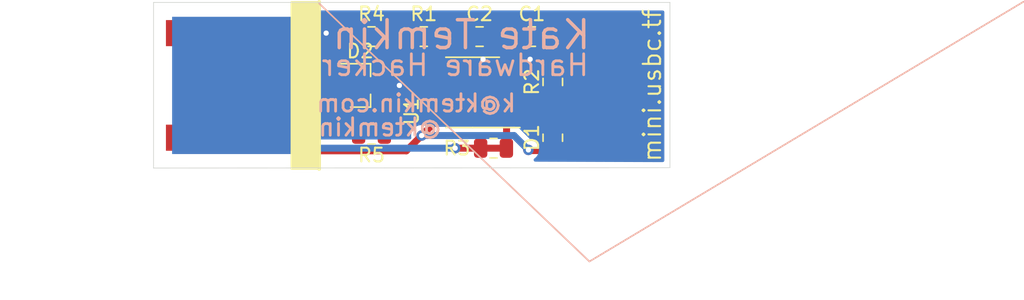
<source format=kicad_pcb>
(kicad_pcb (version 20171130) (host pcbnew "(5.1.2-1)-1")

  (general
    (thickness 1.6)
    (drawings 17)
    (tracks 69)
    (zones 0)
    (modules 14)
    (nets 11)
  )

  (page A4)
  (layers
    (0 F.Cu signal)
    (31 B.Cu signal)
    (32 B.Adhes user)
    (33 F.Adhes user)
    (34 B.Paste user)
    (35 F.Paste user)
    (36 B.SilkS user)
    (37 F.SilkS user)
    (38 B.Mask user)
    (39 F.Mask user)
    (40 Dwgs.User user)
    (41 Cmts.User user)
    (42 Eco1.User user)
    (43 Eco2.User user)
    (44 Edge.Cuts user)
    (45 Margin user)
    (46 B.CrtYd user)
    (47 F.CrtYd user)
    (48 B.Fab user)
    (49 F.Fab user)
  )

  (setup
    (last_trace_width 0.508)
    (user_trace_width 0.254)
    (user_trace_width 0.3048)
    (user_trace_width 0.381)
    (user_trace_width 0.508)
    (trace_clearance 0.254)
    (zone_clearance 0.381)
    (zone_45_only no)
    (trace_min 0.2)
    (via_size 0.762)
    (via_drill 0.381)
    (via_min_size 0.4)
    (via_min_drill 0.3)
    (uvia_size 0.3)
    (uvia_drill 0.1)
    (uvias_allowed no)
    (uvia_min_size 0.2)
    (uvia_min_drill 0.1)
    (edge_width 0.05)
    (segment_width 0.2)
    (pcb_text_width 0.3)
    (pcb_text_size 1.5 1.5)
    (mod_edge_width 0.12)
    (mod_text_size 1 1)
    (mod_text_width 0.15)
    (pad_size 10 10)
    (pad_drill 0)
    (pad_to_mask_clearance 0.051)
    (solder_mask_min_width 0.25)
    (aux_axis_origin 0 0)
    (visible_elements FFFFFFFF)
    (pcbplotparams
      (layerselection 0x010fc_ffffffff)
      (usegerberextensions false)
      (usegerberattributes false)
      (usegerberadvancedattributes false)
      (creategerberjobfile false)
      (excludeedgelayer true)
      (linewidth 0.100000)
      (plotframeref false)
      (viasonmask false)
      (mode 1)
      (useauxorigin false)
      (hpglpennumber 1)
      (hpglpenspeed 20)
      (hpglpendiameter 15.000000)
      (psnegative false)
      (psa4output false)
      (plotreference true)
      (plotvalue true)
      (plotinvisibletext false)
      (padsonsilk false)
      (subtractmaskfromsilk false)
      (outputformat 1)
      (mirror false)
      (drillshape 1)
      (scaleselection 1)
      (outputdirectory ""))
  )

  (net 0 "")
  (net 1 +5V)
  (net 2 GND)
  (net 3 "Net-(D1-Pad1)")
  (net 4 "Net-(D2-Pad1)")
  (net 5 "Net-(D2-Pad2)")
  (net 6 "Net-(J1-Pad5)")
  (net 7 "Net-(R1-Pad1)")
  (net 8 "Net-(R1-Pad2)")
  (net 9 "Net-(R2-Pad2)")
  (net 10 "Net-(R5-Pad2)")

  (net_class Default "This is the default net class."
    (clearance 0.254)
    (trace_width 0.254)
    (via_dia 0.762)
    (via_drill 0.381)
    (uvia_dia 0.3)
    (uvia_drill 0.1)
    (add_net +5V)
    (add_net GND)
    (add_net "Net-(D1-Pad1)")
    (add_net "Net-(D2-Pad1)")
    (add_net "Net-(D2-Pad2)")
    (add_net "Net-(J1-Pad5)")
    (add_net "Net-(R1-Pad1)")
    (add_net "Net-(R1-Pad2)")
    (add_net "Net-(R2-Pad2)")
    (add_net "Net-(R5-Pad2)")
  )

  (module usb-target:usb_A_pcb (layer F.Cu) (tedit 5D9FEE9A) (tstamp 5DA01754)
    (at 57.023 86.614 270)
    (path /5D9FF06F)
    (attr virtual)
    (fp_text reference J1 (at 0.13 -7.85 90) (layer F.SilkS) hide
      (effects (font (size 1.5 1.5) (thickness 0.15)))
    )
    (fp_text value USB_A (at 0 2.54 90) (layer F.SilkS) hide
      (effects (font (size 1.5 1.5) (thickness 0.15)))
    )
    (fp_line (start 6.03 0) (end 6.03 -12) (layer Dwgs.User) (width 0.15))
    (fp_line (start 6.03 0) (end -6.03 0) (layer Dwgs.User) (width 0.15))
    (fp_line (start -6.03 0) (end -6.03 -12) (layer Dwgs.User) (width 0.15))
    (pad 1 connect rect (at 3.81 -4.9 270) (size 1.9 8) (layers F.Cu F.Mask)
      (net 1 +5V))
    (pad 4 connect rect (at -3.81 -4.9 270) (size 1.9 8) (layers F.Cu F.Mask)
      (net 2 GND))
    (pad 3 connect rect (at -1.3 -5.15 270) (size 2 7.5) (layers F.Cu F.Mask)
      (net 4 "Net-(D2-Pad1)"))
    (pad 2 connect rect (at 1.3 -5.15 270) (size 2 7.5) (layers F.Cu F.Mask)
      (net 5 "Net-(D2-Pad2)"))
    (pad 5 smd rect (at 0 -6.35 270) (size 10 10) (layers B.Cu B.Mask)
      (net 6 "Net-(J1-Pad5)"))
  )

  (module usb-target:usb_tools_logo (layer F.Cu) (tedit 5D9FEDDE) (tstamp 5DA04588)
    (at 89.662 86.36)
    (fp_text reference G*** (at 0 0 180) (layer F.SilkS) hide
      (effects (font (size 1.524 1.524) (thickness 0.3)))
    )
    (fp_text value LOGO (at 0.75 0 180) (layer F.SilkS) hide
      (effects (font (size 1.524 1.524) (thickness 0.3)))
    )
    (fp_poly (pts (xy -0.164808 -4.903848) (xy -0.112833 -4.881609) (xy -0.046717 -4.835982) (xy 0.038327 -4.763976)
      (xy 0.147085 -4.662597) (xy 0.284345 -4.528855) (xy 0.34989 -4.464051) (xy 0.474017 -4.339606)
      (xy 0.586581 -4.224048) (xy 0.682288 -4.123034) (xy 0.755841 -4.042218) (xy 0.801945 -3.987256)
      (xy 0.814999 -3.967323) (xy 0.824311 -3.920886) (xy 0.813267 -3.869778) (xy 0.777845 -3.807811)
      (xy 0.714022 -3.728799) (xy 0.617775 -3.626553) (xy 0.547931 -3.556561) (xy 0.3302 -3.341222)
      (xy 0.3302 -1.669171) (xy 0.330238 -1.336989) (xy 0.330422 -1.052071) (xy 0.330853 -0.810884)
      (xy 0.331633 -0.609891) (xy 0.332863 -0.445557) (xy 0.334645 -0.314347) (xy 0.337082 -0.212727)
      (xy 0.340274 -0.13716) (xy 0.344324 -0.084113) (xy 0.349333 -0.050049) (xy 0.355403 -0.031433)
      (xy 0.362636 -0.024731) (xy 0.371134 -0.026407) (xy 0.377377 -0.03031) (xy 0.424571 -0.068554)
      (xy 0.49792 -0.134058) (xy 0.590751 -0.220296) (xy 0.696391 -0.320737) (xy 0.808168 -0.428854)
      (xy 0.919408 -0.538118) (xy 1.023438 -0.642) (xy 1.113586 -0.733973) (xy 1.183179 -0.807506)
      (xy 1.225543 -0.856073) (xy 1.234294 -0.868689) (xy 1.245873 -0.90192) (xy 1.254823 -0.955445)
      (xy 1.26142 -1.03485) (xy 1.265944 -1.145723) (xy 1.26867 -1.293648) (xy 1.269878 -1.484213)
      (xy 1.27 -1.587394) (xy 1.270102 -1.785688) (xy 1.270759 -1.939485) (xy 1.272493 -2.055085)
      (xy 1.275826 -2.13879) (xy 1.281281 -2.196902) (xy 1.289381 -2.235723) (xy 1.300647 -2.261555)
      (xy 1.315604 -2.280699) (xy 1.328559 -2.293505) (xy 1.367627 -2.331015) (xy 1.434902 -2.395765)
      (xy 1.52204 -2.479717) (xy 1.620694 -2.574831) (xy 1.656999 -2.609851) (xy 1.780622 -2.726951)
      (xy 1.87678 -2.809008) (xy 1.953457 -2.85737) (xy 2.018633 -2.873383) (xy 2.080292 -2.858395)
      (xy 2.146415 -2.813752) (xy 2.224984 -2.740802) (xy 2.254983 -2.710767) (xy 2.341001 -2.619965)
      (xy 2.394817 -2.546913) (xy 2.415251 -2.482724) (xy 2.401127 -2.418512) (xy 2.351265 -2.345391)
      (xy 2.264488 -2.254475) (xy 2.1844 -2.17852) (xy 1.9558 -1.965208) (xy 1.955424 -1.471554)
      (xy 1.953049 -1.22826) (xy 1.94409 -1.027024) (xy 1.925185 -0.859209) (xy 1.892974 -0.716176)
      (xy 1.844096 -0.589285) (xy 1.775191 -0.469899) (xy 1.682897 -0.349378) (xy 1.563853 -0.219084)
      (xy 1.414698 -0.070378) (xy 1.407622 -0.0635) (xy 1.268968 0.070248) (xy 1.113359 0.21887)
      (xy 0.956057 0.367879) (xy 0.812322 0.502787) (xy 0.752069 0.5588) (xy 0.613812 0.690864)
      (xy 0.50326 0.805009) (xy 0.424597 0.896695) (xy 0.383359 0.958573) (xy 0.369477 0.98863)
      (xy 0.358245 1.02045) (xy 0.349384 1.059482) (xy 0.342614 1.111174) (xy 0.337653 1.180974)
      (xy 0.334223 1.27433) (xy 0.332043 1.396691) (xy 0.330832 1.553503) (xy 0.330311 1.750216)
      (xy 0.3302 1.992277) (xy 0.3302 2.918622) (xy 0.448826 2.971097) (xy 0.625002 3.074729)
      (xy 0.781254 3.216472) (xy 0.907746 3.385257) (xy 0.994645 3.570014) (xy 1.002361 3.5941)
      (xy 1.027623 3.721541) (xy 1.038807 3.87652) (xy 1.035913 4.037763) (xy 1.018941 4.183996)
      (xy 1.002361 4.2545) (xy 0.920263 4.44228) (xy 0.796708 4.613931) (xy 0.640586 4.76008)
      (xy 0.46079 4.871352) (xy 0.387402 4.902809) (xy 0.227465 4.946241) (xy 0.048745 4.967508)
      (xy -0.127583 4.965407) (xy -0.274386 4.940447) (xy -0.489519 4.855637) (xy -0.67451 4.73181)
      (xy -0.825589 4.571651) (xy -0.858695 4.524621) (xy -0.934883 4.399865) (xy -0.984521 4.289515)
      (xy -1.014433 4.173128) (xy -1.031443 4.030257) (xy -1.033638 4.0005) (xy -1.027084 3.764364)
      (xy -0.975457 3.546011) (xy -0.881308 3.349868) (xy -0.747189 3.180363) (xy -0.575651 3.04192)
      (xy -0.43815 2.967428) (xy -0.3302 2.918622) (xy -0.3302 2.681686) (xy -0.33201 2.566084)
      (xy -0.336842 2.460217) (xy -0.343801 2.38115) (xy -0.34703 2.360603) (xy -0.355324 2.331093)
      (xy -0.370787 2.29884) (xy -0.396914 2.260162) (xy -0.437198 2.211375) (xy -0.495133 2.148795)
      (xy -0.574211 2.06874) (xy -0.677926 1.967525) (xy -0.809773 1.841469) (xy -0.973243 1.686886)
      (xy -1.092333 1.5748) (xy -1.261897 1.41493) (xy -1.398666 1.284467) (xy -1.507184 1.17837)
      (xy -1.591992 1.091595) (xy -1.65763 1.019102) (xy -1.708641 0.955848) (xy -1.749566 0.896791)
      (xy -1.784946 0.836889) (xy -1.819323 0.771101) (xy -1.823185 0.763393) (xy -1.9177 0.574287)
      (xy -1.9431 -1.517037) (xy -2.13995 -1.727027) (xy -2.241155 -1.839642) (xy -2.3059 -1.927241)
      (xy -2.335823 -1.998417) (xy -2.332558 -2.061763) (xy -2.29774 -2.12587) (xy -2.233005 -2.199332)
      (xy -2.230352 -2.202041) (xy -2.123903 -2.310504) (xy -2.179552 -2.369739) (xy -2.226864 -2.44138)
      (xy -2.233701 -2.517611) (xy -2.198759 -2.604715) (xy -2.120735 -2.708976) (xy -2.105587 -2.726092)
      (xy -2.032482 -2.803053) (xy -1.977965 -2.847315) (xy -1.930244 -2.866891) (xy -1.893573 -2.8702)
      (xy -1.854839 -2.868393) (xy -1.820202 -2.859284) (xy -1.78269 -2.837339) (xy -1.735331 -2.797027)
      (xy -1.671152 -2.732816) (xy -1.583181 -2.639173) (xy -1.53021 -2.581877) (xy -1.433685 -2.471682)
      (xy -1.373734 -2.386174) (xy -1.348123 -2.317258) (xy -1.354617 -2.25684) (xy -1.390984 -2.196827)
      (xy -1.41605 -2.168274) (xy -1.486616 -2.092457) (xy -1.524527 -2.040579) (xy -1.529651 -1.998256)
      (xy -1.501853 -1.951104) (xy -1.441003 -1.884738) (xy -1.413162 -1.855662) (xy -1.27 -1.705572)
      (xy -1.27 -0.67417) (xy -1.26969 -0.406232) (xy -1.268661 -0.18455) (xy -1.266768 -0.004583)
      (xy -1.263864 0.13821) (xy -1.259804 0.248369) (xy -1.25444 0.330436) (xy -1.247627 0.38895)
      (xy -1.239219 0.428454) (xy -1.234021 0.443343) (xy -1.219798 0.471147) (xy -1.196552 0.504818)
      (xy -1.160722 0.547997) (xy -1.108745 0.604324) (xy -1.037062 0.677442) (xy -0.942108 0.770991)
      (xy -0.820324 0.888612) (xy -0.668148 1.033946) (xy -0.502085 1.191617) (xy -0.3302 1.354534)
      (xy -0.3302 -1.731797) (xy -0.330176 -2.192406) (xy -0.330078 -2.604908) (xy -0.329864 -2.971992)
      (xy -0.329496 -3.296349) (xy -0.328933 -3.580673) (xy -0.328136 -3.827653) (xy -0.327064 -4.039981)
      (xy -0.325678 -4.220348) (xy -0.323937 -4.371446) (xy -0.321802 -4.495966) (xy -0.319232 -4.5966)
      (xy -0.316188 -4.676038) (xy -0.31263 -4.736972) (xy -0.308517 -4.782094) (xy -0.30381 -4.814094)
      (xy -0.298469 -4.835665) (xy -0.292454 -4.849497) (xy -0.285725 -4.858281) (xy -0.28375 -4.860164)
      (xy -0.24548 -4.890133) (xy -0.207428 -4.905692) (xy -0.164808 -4.903848)) (layer F.Mask) (width 0.01))
  )

  (module usb-target:usb_tools_logo (layer F.Cu) (tedit 5D9FE4AC) (tstamp 5DA04434)
    (at 89.662 86.36)
    (fp_text reference G*** (at 0 0 180) (layer F.SilkS) hide
      (effects (font (size 1.524 1.524) (thickness 0.3)))
    )
    (fp_text value LOGO (at 0.75 0 180) (layer F.SilkS) hide
      (effects (font (size 1.524 1.524) (thickness 0.3)))
    )
    (fp_poly (pts (xy -0.164808 -4.903848) (xy -0.112833 -4.881609) (xy -0.046717 -4.835982) (xy 0.038327 -4.763976)
      (xy 0.147085 -4.662597) (xy 0.284345 -4.528855) (xy 0.34989 -4.464051) (xy 0.474017 -4.339606)
      (xy 0.586581 -4.224048) (xy 0.682288 -4.123034) (xy 0.755841 -4.042218) (xy 0.801945 -3.987256)
      (xy 0.814999 -3.967323) (xy 0.824311 -3.920886) (xy 0.813267 -3.869778) (xy 0.777845 -3.807811)
      (xy 0.714022 -3.728799) (xy 0.617775 -3.626553) (xy 0.547931 -3.556561) (xy 0.3302 -3.341222)
      (xy 0.3302 -1.669171) (xy 0.330238 -1.336989) (xy 0.330422 -1.052071) (xy 0.330853 -0.810884)
      (xy 0.331633 -0.609891) (xy 0.332863 -0.445557) (xy 0.334645 -0.314347) (xy 0.337082 -0.212727)
      (xy 0.340274 -0.13716) (xy 0.344324 -0.084113) (xy 0.349333 -0.050049) (xy 0.355403 -0.031433)
      (xy 0.362636 -0.024731) (xy 0.371134 -0.026407) (xy 0.377377 -0.03031) (xy 0.424571 -0.068554)
      (xy 0.49792 -0.134058) (xy 0.590751 -0.220296) (xy 0.696391 -0.320737) (xy 0.808168 -0.428854)
      (xy 0.919408 -0.538118) (xy 1.023438 -0.642) (xy 1.113586 -0.733973) (xy 1.183179 -0.807506)
      (xy 1.225543 -0.856073) (xy 1.234294 -0.868689) (xy 1.245873 -0.90192) (xy 1.254823 -0.955445)
      (xy 1.26142 -1.03485) (xy 1.265944 -1.145723) (xy 1.26867 -1.293648) (xy 1.269878 -1.484213)
      (xy 1.27 -1.587394) (xy 1.270102 -1.785688) (xy 1.270759 -1.939485) (xy 1.272493 -2.055085)
      (xy 1.275826 -2.13879) (xy 1.281281 -2.196902) (xy 1.289381 -2.235723) (xy 1.300647 -2.261555)
      (xy 1.315604 -2.280699) (xy 1.328559 -2.293505) (xy 1.367627 -2.331015) (xy 1.434902 -2.395765)
      (xy 1.52204 -2.479717) (xy 1.620694 -2.574831) (xy 1.656999 -2.609851) (xy 1.780622 -2.726951)
      (xy 1.87678 -2.809008) (xy 1.953457 -2.85737) (xy 2.018633 -2.873383) (xy 2.080292 -2.858395)
      (xy 2.146415 -2.813752) (xy 2.224984 -2.740802) (xy 2.254983 -2.710767) (xy 2.341001 -2.619965)
      (xy 2.394817 -2.546913) (xy 2.415251 -2.482724) (xy 2.401127 -2.418512) (xy 2.351265 -2.345391)
      (xy 2.264488 -2.254475) (xy 2.1844 -2.17852) (xy 1.9558 -1.965208) (xy 1.955424 -1.471554)
      (xy 1.953049 -1.22826) (xy 1.94409 -1.027024) (xy 1.925185 -0.859209) (xy 1.892974 -0.716176)
      (xy 1.844096 -0.589285) (xy 1.775191 -0.469899) (xy 1.682897 -0.349378) (xy 1.563853 -0.219084)
      (xy 1.414698 -0.070378) (xy 1.407622 -0.0635) (xy 1.268968 0.070248) (xy 1.113359 0.21887)
      (xy 0.956057 0.367879) (xy 0.812322 0.502787) (xy 0.752069 0.5588) (xy 0.613812 0.690864)
      (xy 0.50326 0.805009) (xy 0.424597 0.896695) (xy 0.383359 0.958573) (xy 0.369477 0.98863)
      (xy 0.358245 1.02045) (xy 0.349384 1.059482) (xy 0.342614 1.111174) (xy 0.337653 1.180974)
      (xy 0.334223 1.27433) (xy 0.332043 1.396691) (xy 0.330832 1.553503) (xy 0.330311 1.750216)
      (xy 0.3302 1.992277) (xy 0.3302 2.918622) (xy 0.448826 2.971097) (xy 0.625002 3.074729)
      (xy 0.781254 3.216472) (xy 0.907746 3.385257) (xy 0.994645 3.570014) (xy 1.002361 3.5941)
      (xy 1.027623 3.721541) (xy 1.038807 3.87652) (xy 1.035913 4.037763) (xy 1.018941 4.183996)
      (xy 1.002361 4.2545) (xy 0.920263 4.44228) (xy 0.796708 4.613931) (xy 0.640586 4.76008)
      (xy 0.46079 4.871352) (xy 0.387402 4.902809) (xy 0.227465 4.946241) (xy 0.048745 4.967508)
      (xy -0.127583 4.965407) (xy -0.274386 4.940447) (xy -0.489519 4.855637) (xy -0.67451 4.73181)
      (xy -0.825589 4.571651) (xy -0.858695 4.524621) (xy -0.934883 4.399865) (xy -0.984521 4.289515)
      (xy -1.014433 4.173128) (xy -1.031443 4.030257) (xy -1.033638 4.0005) (xy -1.027084 3.764364)
      (xy -0.975457 3.546011) (xy -0.881308 3.349868) (xy -0.747189 3.180363) (xy -0.575651 3.04192)
      (xy -0.43815 2.967428) (xy -0.3302 2.918622) (xy -0.3302 2.681686) (xy -0.33201 2.566084)
      (xy -0.336842 2.460217) (xy -0.343801 2.38115) (xy -0.34703 2.360603) (xy -0.355324 2.331093)
      (xy -0.370787 2.29884) (xy -0.396914 2.260162) (xy -0.437198 2.211375) (xy -0.495133 2.148795)
      (xy -0.574211 2.06874) (xy -0.677926 1.967525) (xy -0.809773 1.841469) (xy -0.973243 1.686886)
      (xy -1.092333 1.5748) (xy -1.261897 1.41493) (xy -1.398666 1.284467) (xy -1.507184 1.17837)
      (xy -1.591992 1.091595) (xy -1.65763 1.019102) (xy -1.708641 0.955848) (xy -1.749566 0.896791)
      (xy -1.784946 0.836889) (xy -1.819323 0.771101) (xy -1.823185 0.763393) (xy -1.9177 0.574287)
      (xy -1.9431 -1.517037) (xy -2.13995 -1.727027) (xy -2.241155 -1.839642) (xy -2.3059 -1.927241)
      (xy -2.335823 -1.998417) (xy -2.332558 -2.061763) (xy -2.29774 -2.12587) (xy -2.233005 -2.199332)
      (xy -2.230352 -2.202041) (xy -2.123903 -2.310504) (xy -2.179552 -2.369739) (xy -2.226864 -2.44138)
      (xy -2.233701 -2.517611) (xy -2.198759 -2.604715) (xy -2.120735 -2.708976) (xy -2.105587 -2.726092)
      (xy -2.032482 -2.803053) (xy -1.977965 -2.847315) (xy -1.930244 -2.866891) (xy -1.893573 -2.8702)
      (xy -1.854839 -2.868393) (xy -1.820202 -2.859284) (xy -1.78269 -2.837339) (xy -1.735331 -2.797027)
      (xy -1.671152 -2.732816) (xy -1.583181 -2.639173) (xy -1.53021 -2.581877) (xy -1.433685 -2.471682)
      (xy -1.373734 -2.386174) (xy -1.348123 -2.317258) (xy -1.354617 -2.25684) (xy -1.390984 -2.196827)
      (xy -1.41605 -2.168274) (xy -1.486616 -2.092457) (xy -1.524527 -2.040579) (xy -1.529651 -1.998256)
      (xy -1.501853 -1.951104) (xy -1.441003 -1.884738) (xy -1.413162 -1.855662) (xy -1.27 -1.705572)
      (xy -1.27 -0.67417) (xy -1.26969 -0.406232) (xy -1.268661 -0.18455) (xy -1.266768 -0.004583)
      (xy -1.263864 0.13821) (xy -1.259804 0.248369) (xy -1.25444 0.330436) (xy -1.247627 0.38895)
      (xy -1.239219 0.428454) (xy -1.234021 0.443343) (xy -1.219798 0.471147) (xy -1.196552 0.504818)
      (xy -1.160722 0.547997) (xy -1.108745 0.604324) (xy -1.037062 0.677442) (xy -0.942108 0.770991)
      (xy -0.820324 0.888612) (xy -0.668148 1.033946) (xy -0.502085 1.191617) (xy -0.3302 1.354534)
      (xy -0.3302 -1.731797) (xy -0.330176 -2.192406) (xy -0.330078 -2.604908) (xy -0.329864 -2.971992)
      (xy -0.329496 -3.296349) (xy -0.328933 -3.580673) (xy -0.328136 -3.827653) (xy -0.327064 -4.039981)
      (xy -0.325678 -4.220348) (xy -0.323937 -4.371446) (xy -0.321802 -4.495966) (xy -0.319232 -4.5966)
      (xy -0.316188 -4.676038) (xy -0.31263 -4.736972) (xy -0.308517 -4.782094) (xy -0.30381 -4.814094)
      (xy -0.298469 -4.835665) (xy -0.292454 -4.849497) (xy -0.285725 -4.858281) (xy -0.28375 -4.860164)
      (xy -0.24548 -4.890133) (xy -0.207428 -4.905692) (xy -0.164808 -4.903848)) (layer F.Cu) (width 0.01))
  )

  (module usb-target:usb_tools_logo (layer B.Cu) (tedit 5D9FE4F2) (tstamp 5DA03BDD)
    (at 91.567 86.487 180)
    (fp_text reference G*** (at 0 0) (layer B.SilkS) hide
      (effects (font (size 1.524 1.524) (thickness 0.3)) (justify mirror))
    )
    (fp_text value LOGO (at 0.75 0) (layer B.SilkS) hide
      (effects (font (size 1.524 1.524) (thickness 0.3)) (justify mirror))
    )
    (fp_poly (pts (xy -0.164808 4.903848) (xy -0.112833 4.881609) (xy -0.046717 4.835982) (xy 0.038327 4.763976)
      (xy 0.147085 4.662597) (xy 0.284345 4.528855) (xy 0.34989 4.464051) (xy 0.474017 4.339606)
      (xy 0.586581 4.224048) (xy 0.682288 4.123034) (xy 0.755841 4.042218) (xy 0.801945 3.987256)
      (xy 0.814999 3.967323) (xy 0.824311 3.920886) (xy 0.813267 3.869778) (xy 0.777845 3.807811)
      (xy 0.714022 3.728799) (xy 0.617775 3.626553) (xy 0.547931 3.556561) (xy 0.3302 3.341222)
      (xy 0.3302 1.669171) (xy 0.330238 1.336989) (xy 0.330422 1.052071) (xy 0.330853 0.810884)
      (xy 0.331633 0.609891) (xy 0.332863 0.445557) (xy 0.334645 0.314347) (xy 0.337082 0.212727)
      (xy 0.340274 0.13716) (xy 0.344324 0.084113) (xy 0.349333 0.050049) (xy 0.355403 0.031433)
      (xy 0.362636 0.024731) (xy 0.371134 0.026407) (xy 0.377377 0.03031) (xy 0.424571 0.068554)
      (xy 0.49792 0.134058) (xy 0.590751 0.220296) (xy 0.696391 0.320737) (xy 0.808168 0.428854)
      (xy 0.919408 0.538118) (xy 1.023438 0.642) (xy 1.113586 0.733973) (xy 1.183179 0.807506)
      (xy 1.225543 0.856073) (xy 1.234294 0.868689) (xy 1.245873 0.90192) (xy 1.254823 0.955445)
      (xy 1.26142 1.03485) (xy 1.265944 1.145723) (xy 1.26867 1.293648) (xy 1.269878 1.484213)
      (xy 1.27 1.587394) (xy 1.270102 1.785688) (xy 1.270759 1.939485) (xy 1.272493 2.055085)
      (xy 1.275826 2.13879) (xy 1.281281 2.196902) (xy 1.289381 2.235723) (xy 1.300647 2.261555)
      (xy 1.315604 2.280699) (xy 1.328559 2.293505) (xy 1.367627 2.331015) (xy 1.434902 2.395765)
      (xy 1.52204 2.479717) (xy 1.620694 2.574831) (xy 1.656999 2.609851) (xy 1.780622 2.726951)
      (xy 1.87678 2.809008) (xy 1.953457 2.85737) (xy 2.018633 2.873383) (xy 2.080292 2.858395)
      (xy 2.146415 2.813752) (xy 2.224984 2.740802) (xy 2.254983 2.710767) (xy 2.341001 2.619965)
      (xy 2.394817 2.546913) (xy 2.415251 2.482724) (xy 2.401127 2.418512) (xy 2.351265 2.345391)
      (xy 2.264488 2.254475) (xy 2.1844 2.17852) (xy 1.9558 1.965208) (xy 1.955424 1.471554)
      (xy 1.953049 1.22826) (xy 1.94409 1.027024) (xy 1.925185 0.859209) (xy 1.892974 0.716176)
      (xy 1.844096 0.589285) (xy 1.775191 0.469899) (xy 1.682897 0.349378) (xy 1.563853 0.219084)
      (xy 1.414698 0.070378) (xy 1.407622 0.0635) (xy 1.268968 -0.070248) (xy 1.113359 -0.21887)
      (xy 0.956057 -0.367879) (xy 0.812322 -0.502787) (xy 0.752069 -0.5588) (xy 0.613812 -0.690864)
      (xy 0.50326 -0.805009) (xy 0.424597 -0.896695) (xy 0.383359 -0.958573) (xy 0.369477 -0.98863)
      (xy 0.358245 -1.02045) (xy 0.349384 -1.059482) (xy 0.342614 -1.111174) (xy 0.337653 -1.180974)
      (xy 0.334223 -1.27433) (xy 0.332043 -1.396691) (xy 0.330832 -1.553503) (xy 0.330311 -1.750216)
      (xy 0.3302 -1.992277) (xy 0.3302 -2.918622) (xy 0.448826 -2.971097) (xy 0.625002 -3.074729)
      (xy 0.781254 -3.216472) (xy 0.907746 -3.385257) (xy 0.994645 -3.570014) (xy 1.002361 -3.5941)
      (xy 1.027623 -3.721541) (xy 1.038807 -3.87652) (xy 1.035913 -4.037763) (xy 1.018941 -4.183996)
      (xy 1.002361 -4.2545) (xy 0.920263 -4.44228) (xy 0.796708 -4.613931) (xy 0.640586 -4.76008)
      (xy 0.46079 -4.871352) (xy 0.387402 -4.902809) (xy 0.227465 -4.946241) (xy 0.048745 -4.967508)
      (xy -0.127583 -4.965407) (xy -0.274386 -4.940447) (xy -0.489519 -4.855637) (xy -0.67451 -4.73181)
      (xy -0.825589 -4.571651) (xy -0.858695 -4.524621) (xy -0.934883 -4.399865) (xy -0.984521 -4.289515)
      (xy -1.014433 -4.173128) (xy -1.031443 -4.030257) (xy -1.033638 -4.0005) (xy -1.027084 -3.764364)
      (xy -0.975457 -3.546011) (xy -0.881308 -3.349868) (xy -0.747189 -3.180363) (xy -0.575651 -3.04192)
      (xy -0.43815 -2.967428) (xy -0.3302 -2.918622) (xy -0.3302 -2.681686) (xy -0.33201 -2.566084)
      (xy -0.336842 -2.460217) (xy -0.343801 -2.38115) (xy -0.34703 -2.360603) (xy -0.355324 -2.331093)
      (xy -0.370787 -2.29884) (xy -0.396914 -2.260162) (xy -0.437198 -2.211375) (xy -0.495133 -2.148795)
      (xy -0.574211 -2.06874) (xy -0.677926 -1.967525) (xy -0.809773 -1.841469) (xy -0.973243 -1.686886)
      (xy -1.092333 -1.5748) (xy -1.261897 -1.41493) (xy -1.398666 -1.284467) (xy -1.507184 -1.17837)
      (xy -1.591992 -1.091595) (xy -1.65763 -1.019102) (xy -1.708641 -0.955848) (xy -1.749566 -0.896791)
      (xy -1.784946 -0.836889) (xy -1.819323 -0.771101) (xy -1.823185 -0.763393) (xy -1.9177 -0.574287)
      (xy -1.9431 1.517037) (xy -2.13995 1.727027) (xy -2.241155 1.839642) (xy -2.3059 1.927241)
      (xy -2.335823 1.998417) (xy -2.332558 2.061763) (xy -2.29774 2.12587) (xy -2.233005 2.199332)
      (xy -2.230352 2.202041) (xy -2.123903 2.310504) (xy -2.179552 2.369739) (xy -2.226864 2.44138)
      (xy -2.233701 2.517611) (xy -2.198759 2.604715) (xy -2.120735 2.708976) (xy -2.105587 2.726092)
      (xy -2.032482 2.803053) (xy -1.977965 2.847315) (xy -1.930244 2.866891) (xy -1.893573 2.8702)
      (xy -1.854839 2.868393) (xy -1.820202 2.859284) (xy -1.78269 2.837339) (xy -1.735331 2.797027)
      (xy -1.671152 2.732816) (xy -1.583181 2.639173) (xy -1.53021 2.581877) (xy -1.433685 2.471682)
      (xy -1.373734 2.386174) (xy -1.348123 2.317258) (xy -1.354617 2.25684) (xy -1.390984 2.196827)
      (xy -1.41605 2.168274) (xy -1.486616 2.092457) (xy -1.524527 2.040579) (xy -1.529651 1.998256)
      (xy -1.501853 1.951104) (xy -1.441003 1.884738) (xy -1.413162 1.855662) (xy -1.27 1.705572)
      (xy -1.27 0.67417) (xy -1.26969 0.406232) (xy -1.268661 0.18455) (xy -1.266768 0.004583)
      (xy -1.263864 -0.13821) (xy -1.259804 -0.248369) (xy -1.25444 -0.330436) (xy -1.247627 -0.38895)
      (xy -1.239219 -0.428454) (xy -1.234021 -0.443343) (xy -1.219798 -0.471147) (xy -1.196552 -0.504818)
      (xy -1.160722 -0.547997) (xy -1.108745 -0.604324) (xy -1.037062 -0.677442) (xy -0.942108 -0.770991)
      (xy -0.820324 -0.888612) (xy -0.668148 -1.033946) (xy -0.502085 -1.191617) (xy -0.3302 -1.354534)
      (xy -0.3302 1.731797) (xy -0.330176 2.192406) (xy -0.330078 2.604908) (xy -0.329864 2.971992)
      (xy -0.329496 3.296349) (xy -0.328933 3.580673) (xy -0.328136 3.827653) (xy -0.327064 4.039981)
      (xy -0.325678 4.220348) (xy -0.323937 4.371446) (xy -0.321802 4.495966) (xy -0.319232 4.5966)
      (xy -0.316188 4.676038) (xy -0.31263 4.736972) (xy -0.308517 4.782094) (xy -0.30381 4.814094)
      (xy -0.298469 4.835665) (xy -0.292454 4.849497) (xy -0.285725 4.858281) (xy -0.28375 4.860164)
      (xy -0.24548 4.890133) (xy -0.207428 4.905692) (xy -0.164808 4.903848)) (layer B.Mask) (width 0.01))
  )

  (module Resistor_SMD:R_0805_2012Metric (layer F.Cu) (tedit 5B36C52B) (tstamp 5DA01816)
    (at 84.582 83.058)
    (descr "Resistor SMD 0805 (2012 Metric), square (rectangular) end terminal, IPC_7351 nominal, (Body size source: https://docs.google.com/spreadsheets/d/1BsfQQcO9C6DZCsRaXUlFlo91Tg2WpOkGARC1WS5S8t0/edit?usp=sharing), generated with kicad-footprint-generator")
    (tags resistor)
    (path /5DA11A9C)
    (attr smd)
    (fp_text reference C1 (at 0 -1.65) (layer F.SilkS)
      (effects (font (size 1 1) (thickness 0.15)))
    )
    (fp_text value 0.1uF (at 0 1.65) (layer F.Fab)
      (effects (font (size 1 1) (thickness 0.15)))
    )
    (fp_text user %R (at 0 0) (layer F.Fab)
      (effects (font (size 0.5 0.5) (thickness 0.08)))
    )
    (fp_line (start 1.68 0.95) (end -1.68 0.95) (layer F.CrtYd) (width 0.05))
    (fp_line (start 1.68 -0.95) (end 1.68 0.95) (layer F.CrtYd) (width 0.05))
    (fp_line (start -1.68 -0.95) (end 1.68 -0.95) (layer F.CrtYd) (width 0.05))
    (fp_line (start -1.68 0.95) (end -1.68 -0.95) (layer F.CrtYd) (width 0.05))
    (fp_line (start -0.258578 0.71) (end 0.258578 0.71) (layer F.SilkS) (width 0.12))
    (fp_line (start -0.258578 -0.71) (end 0.258578 -0.71) (layer F.SilkS) (width 0.12))
    (fp_line (start 1 0.6) (end -1 0.6) (layer F.Fab) (width 0.1))
    (fp_line (start 1 -0.6) (end 1 0.6) (layer F.Fab) (width 0.1))
    (fp_line (start -1 -0.6) (end 1 -0.6) (layer F.Fab) (width 0.1))
    (fp_line (start -1 0.6) (end -1 -0.6) (layer F.Fab) (width 0.1))
    (pad 2 smd roundrect (at 0.9375 0) (size 0.975 1.4) (layers F.Cu F.Paste F.Mask) (roundrect_rratio 0.25)
      (net 1 +5V))
    (pad 1 smd roundrect (at -0.9375 0) (size 0.975 1.4) (layers F.Cu F.Paste F.Mask) (roundrect_rratio 0.25)
      (net 2 GND))
    (model ${KISYS3DMOD}/Resistor_SMD.3dshapes/R_0805_2012Metric.wrl
      (at (xyz 0 0 0))
      (scale (xyz 1 1 1))
      (rotate (xyz 0 0 0))
    )
  )

  (module Resistor_SMD:R_0805_2012Metric (layer F.Cu) (tedit 5B36C52B) (tstamp 5DA02F98)
    (at 80.772 83.058 180)
    (descr "Resistor SMD 0805 (2012 Metric), square (rectangular) end terminal, IPC_7351 nominal, (Body size source: https://docs.google.com/spreadsheets/d/1BsfQQcO9C6DZCsRaXUlFlo91Tg2WpOkGARC1WS5S8t0/edit?usp=sharing), generated with kicad-footprint-generator")
    (tags resistor)
    (path /5DA021A2)
    (attr smd)
    (fp_text reference C2 (at 0 1.651) (layer F.SilkS)
      (effects (font (size 1 1) (thickness 0.15)))
    )
    (fp_text value 1uF (at 0 1.65) (layer F.Fab)
      (effects (font (size 1 1) (thickness 0.15)))
    )
    (fp_text user %R (at 0 0) (layer F.Fab)
      (effects (font (size 0.5 0.5) (thickness 0.08)))
    )
    (fp_line (start 1.68 0.95) (end -1.68 0.95) (layer F.CrtYd) (width 0.05))
    (fp_line (start 1.68 -0.95) (end 1.68 0.95) (layer F.CrtYd) (width 0.05))
    (fp_line (start -1.68 -0.95) (end 1.68 -0.95) (layer F.CrtYd) (width 0.05))
    (fp_line (start -1.68 0.95) (end -1.68 -0.95) (layer F.CrtYd) (width 0.05))
    (fp_line (start -0.258578 0.71) (end 0.258578 0.71) (layer F.SilkS) (width 0.12))
    (fp_line (start -0.258578 -0.71) (end 0.258578 -0.71) (layer F.SilkS) (width 0.12))
    (fp_line (start 1 0.6) (end -1 0.6) (layer F.Fab) (width 0.1))
    (fp_line (start 1 -0.6) (end 1 0.6) (layer F.Fab) (width 0.1))
    (fp_line (start -1 -0.6) (end 1 -0.6) (layer F.Fab) (width 0.1))
    (fp_line (start -1 0.6) (end -1 -0.6) (layer F.Fab) (width 0.1))
    (pad 2 smd roundrect (at 0.9375 0 180) (size 0.975 1.4) (layers F.Cu F.Paste F.Mask) (roundrect_rratio 0.25)
      (net 1 +5V))
    (pad 1 smd roundrect (at -0.9375 0 180) (size 0.975 1.4) (layers F.Cu F.Paste F.Mask) (roundrect_rratio 0.25)
      (net 2 GND))
    (model ${KISYS3DMOD}/Resistor_SMD.3dshapes/R_0805_2012Metric.wrl
      (at (xyz 0 0 0))
      (scale (xyz 1 1 1))
      (rotate (xyz 0 0 0))
    )
  )

  (module Resistor_SMD:R_0805_2012Metric (layer F.Cu) (tedit 5B36C52B) (tstamp 5DA017B6)
    (at 86.106 90.424 270)
    (descr "Resistor SMD 0805 (2012 Metric), square (rectangular) end terminal, IPC_7351 nominal, (Body size source: https://docs.google.com/spreadsheets/d/1BsfQQcO9C6DZCsRaXUlFlo91Tg2WpOkGARC1WS5S8t0/edit?usp=sharing), generated with kicad-footprint-generator")
    (tags resistor)
    (path /5DA0B30D)
    (attr smd)
    (fp_text reference D1 (at 0 1.524 90) (layer F.SilkS)
      (effects (font (size 1 1) (thickness 0.15)))
    )
    (fp_text value LED (at 0 1.65 90) (layer F.Fab)
      (effects (font (size 1 1) (thickness 0.15)))
    )
    (fp_line (start -1 0.6) (end -1 -0.6) (layer F.Fab) (width 0.1))
    (fp_line (start -1 -0.6) (end 1 -0.6) (layer F.Fab) (width 0.1))
    (fp_line (start 1 -0.6) (end 1 0.6) (layer F.Fab) (width 0.1))
    (fp_line (start 1 0.6) (end -1 0.6) (layer F.Fab) (width 0.1))
    (fp_line (start -0.258578 -0.71) (end 0.258578 -0.71) (layer F.SilkS) (width 0.12))
    (fp_line (start -0.258578 0.71) (end 0.258578 0.71) (layer F.SilkS) (width 0.12))
    (fp_line (start -1.68 0.95) (end -1.68 -0.95) (layer F.CrtYd) (width 0.05))
    (fp_line (start -1.68 -0.95) (end 1.68 -0.95) (layer F.CrtYd) (width 0.05))
    (fp_line (start 1.68 -0.95) (end 1.68 0.95) (layer F.CrtYd) (width 0.05))
    (fp_line (start 1.68 0.95) (end -1.68 0.95) (layer F.CrtYd) (width 0.05))
    (fp_text user %R (at 0 0 90) (layer F.Fab)
      (effects (font (size 0.5 0.5) (thickness 0.08)))
    )
    (pad 1 smd roundrect (at -0.9375 0 270) (size 0.975 1.4) (layers F.Cu F.Paste F.Mask) (roundrect_rratio 0.25)
      (net 3 "Net-(D1-Pad1)"))
    (pad 2 smd roundrect (at 0.9375 0 270) (size 0.975 1.4) (layers F.Cu F.Paste F.Mask) (roundrect_rratio 0.25)
      (net 1 +5V))
    (model ${KISYS3DMOD}/Resistor_SMD.3dshapes/R_0805_2012Metric.wrl
      (at (xyz 0 0 0))
      (scale (xyz 1 1 1))
      (rotate (xyz 0 0 0))
    )
  )

  (module Package_TO_SOT_SMD:SOT-23 (layer F.Cu) (tedit 5A02FF57) (tstamp 5DA02432)
    (at 72.0725 86.614)
    (descr "SOT-23, Standard")
    (tags SOT-23)
    (path /5DA1CCA6)
    (attr smd)
    (fp_text reference D2 (at 0 -2.5) (layer F.SilkS)
      (effects (font (size 1 1) (thickness 0.15)))
    )
    (fp_text value 3V3 (at 0 2.5) (layer F.Fab)
      (effects (font (size 1 1) (thickness 0.15)))
    )
    (fp_text user %R (at 0 0 90) (layer F.Fab)
      (effects (font (size 0.5 0.5) (thickness 0.075)))
    )
    (fp_line (start -0.7 -0.95) (end -0.7 1.5) (layer F.Fab) (width 0.1))
    (fp_line (start -0.15 -1.52) (end 0.7 -1.52) (layer F.Fab) (width 0.1))
    (fp_line (start -0.7 -0.95) (end -0.15 -1.52) (layer F.Fab) (width 0.1))
    (fp_line (start 0.7 -1.52) (end 0.7 1.52) (layer F.Fab) (width 0.1))
    (fp_line (start -0.7 1.52) (end 0.7 1.52) (layer F.Fab) (width 0.1))
    (fp_line (start 0.76 1.58) (end 0.76 0.65) (layer F.SilkS) (width 0.12))
    (fp_line (start 0.76 -1.58) (end 0.76 -0.65) (layer F.SilkS) (width 0.12))
    (fp_line (start -1.7 -1.75) (end 1.7 -1.75) (layer F.CrtYd) (width 0.05))
    (fp_line (start 1.7 -1.75) (end 1.7 1.75) (layer F.CrtYd) (width 0.05))
    (fp_line (start 1.7 1.75) (end -1.7 1.75) (layer F.CrtYd) (width 0.05))
    (fp_line (start -1.7 1.75) (end -1.7 -1.75) (layer F.CrtYd) (width 0.05))
    (fp_line (start 0.76 -1.58) (end -1.4 -1.58) (layer F.SilkS) (width 0.12))
    (fp_line (start 0.76 1.58) (end -0.7 1.58) (layer F.SilkS) (width 0.12))
    (pad 1 smd rect (at -1 -0.95) (size 0.9 0.8) (layers F.Cu F.Paste F.Mask)
      (net 4 "Net-(D2-Pad1)"))
    (pad 2 smd rect (at -1 0.95) (size 0.9 0.8) (layers F.Cu F.Paste F.Mask)
      (net 5 "Net-(D2-Pad2)"))
    (pad 3 smd rect (at 1 0) (size 0.9 0.8) (layers F.Cu F.Paste F.Mask)
      (net 2 GND))
    (model ${KISYS3DMOD}/Package_TO_SOT_SMD.3dshapes/SOT-23.wrl
      (at (xyz 0 0 0))
      (scale (xyz 1 1 1))
      (rotate (xyz 0 0 0))
    )
  )

  (module Resistor_SMD:R_0805_2012Metric (layer F.Cu) (tedit 5B36C52B) (tstamp 5DA01729)
    (at 76.708 83.058)
    (descr "Resistor SMD 0805 (2012 Metric), square (rectangular) end terminal, IPC_7351 nominal, (Body size source: https://docs.google.com/spreadsheets/d/1BsfQQcO9C6DZCsRaXUlFlo91Tg2WpOkGARC1WS5S8t0/edit?usp=sharing), generated with kicad-footprint-generator")
    (tags resistor)
    (path /5DA0781E)
    (attr smd)
    (fp_text reference R1 (at 0 -1.65) (layer F.SilkS)
      (effects (font (size 1 1) (thickness 0.15)))
    )
    (fp_text value 1K (at 0 1.65) (layer F.Fab)
      (effects (font (size 1 1) (thickness 0.15)))
    )
    (fp_line (start -1 0.6) (end -1 -0.6) (layer F.Fab) (width 0.1))
    (fp_line (start -1 -0.6) (end 1 -0.6) (layer F.Fab) (width 0.1))
    (fp_line (start 1 -0.6) (end 1 0.6) (layer F.Fab) (width 0.1))
    (fp_line (start 1 0.6) (end -1 0.6) (layer F.Fab) (width 0.1))
    (fp_line (start -0.258578 -0.71) (end 0.258578 -0.71) (layer F.SilkS) (width 0.12))
    (fp_line (start -0.258578 0.71) (end 0.258578 0.71) (layer F.SilkS) (width 0.12))
    (fp_line (start -1.68 0.95) (end -1.68 -0.95) (layer F.CrtYd) (width 0.05))
    (fp_line (start -1.68 -0.95) (end 1.68 -0.95) (layer F.CrtYd) (width 0.05))
    (fp_line (start 1.68 -0.95) (end 1.68 0.95) (layer F.CrtYd) (width 0.05))
    (fp_line (start 1.68 0.95) (end -1.68 0.95) (layer F.CrtYd) (width 0.05))
    (fp_text user %R (at 0 0) (layer F.Fab)
      (effects (font (size 0.5 0.5) (thickness 0.08)))
    )
    (pad 1 smd roundrect (at -0.9375 0) (size 0.975 1.4) (layers F.Cu F.Paste F.Mask) (roundrect_rratio 0.25)
      (net 7 "Net-(R1-Pad1)"))
    (pad 2 smd roundrect (at 0.9375 0) (size 0.975 1.4) (layers F.Cu F.Paste F.Mask) (roundrect_rratio 0.25)
      (net 8 "Net-(R1-Pad2)"))
    (model ${KISYS3DMOD}/Resistor_SMD.3dshapes/R_0805_2012Metric.wrl
      (at (xyz 0 0 0))
      (scale (xyz 1 1 1))
      (rotate (xyz 0 0 0))
    )
  )

  (module Resistor_SMD:R_0805_2012Metric (layer F.Cu) (tedit 5B36C52B) (tstamp 5DA016F9)
    (at 86.106 86.36 90)
    (descr "Resistor SMD 0805 (2012 Metric), square (rectangular) end terminal, IPC_7351 nominal, (Body size source: https://docs.google.com/spreadsheets/d/1BsfQQcO9C6DZCsRaXUlFlo91Tg2WpOkGARC1WS5S8t0/edit?usp=sharing), generated with kicad-footprint-generator")
    (tags resistor)
    (path /5DA0A0C1)
    (attr smd)
    (fp_text reference R2 (at 0 -1.524 90) (layer F.SilkS)
      (effects (font (size 1 1) (thickness 0.15)))
    )
    (fp_text value 330R (at 0 1.65 90) (layer F.Fab)
      (effects (font (size 1 1) (thickness 0.15)))
    )
    (fp_text user %R (at 0 0 90) (layer F.Fab)
      (effects (font (size 0.5 0.5) (thickness 0.08)))
    )
    (fp_line (start 1.68 0.95) (end -1.68 0.95) (layer F.CrtYd) (width 0.05))
    (fp_line (start 1.68 -0.95) (end 1.68 0.95) (layer F.CrtYd) (width 0.05))
    (fp_line (start -1.68 -0.95) (end 1.68 -0.95) (layer F.CrtYd) (width 0.05))
    (fp_line (start -1.68 0.95) (end -1.68 -0.95) (layer F.CrtYd) (width 0.05))
    (fp_line (start -0.258578 0.71) (end 0.258578 0.71) (layer F.SilkS) (width 0.12))
    (fp_line (start -0.258578 -0.71) (end 0.258578 -0.71) (layer F.SilkS) (width 0.12))
    (fp_line (start 1 0.6) (end -1 0.6) (layer F.Fab) (width 0.1))
    (fp_line (start 1 -0.6) (end 1 0.6) (layer F.Fab) (width 0.1))
    (fp_line (start -1 -0.6) (end 1 -0.6) (layer F.Fab) (width 0.1))
    (fp_line (start -1 0.6) (end -1 -0.6) (layer F.Fab) (width 0.1))
    (pad 2 smd roundrect (at 0.9375 0 90) (size 0.975 1.4) (layers F.Cu F.Paste F.Mask) (roundrect_rratio 0.25)
      (net 9 "Net-(R2-Pad2)"))
    (pad 1 smd roundrect (at -0.9375 0 90) (size 0.975 1.4) (layers F.Cu F.Paste F.Mask) (roundrect_rratio 0.25)
      (net 3 "Net-(D1-Pad1)"))
    (model ${KISYS3DMOD}/Resistor_SMD.3dshapes/R_0805_2012Metric.wrl
      (at (xyz 0 0 0))
      (scale (xyz 1 1 1))
      (rotate (xyz 0 0 0))
    )
  )

  (module Resistor_SMD:R_0805_2012Metric (layer F.Cu) (tedit 5B36C52B) (tstamp 5DA016C9)
    (at 81.788 91.186 180)
    (descr "Resistor SMD 0805 (2012 Metric), square (rectangular) end terminal, IPC_7351 nominal, (Body size source: https://docs.google.com/spreadsheets/d/1BsfQQcO9C6DZCsRaXUlFlo91Tg2WpOkGARC1WS5S8t0/edit?usp=sharing), generated with kicad-footprint-generator")
    (tags resistor)
    (path /5DA00369)
    (attr smd)
    (fp_text reference R3 (at 2.667 0) (layer F.SilkS)
      (effects (font (size 1 1) (thickness 0.15)))
    )
    (fp_text value 0R (at 0 1.65) (layer F.Fab)
      (effects (font (size 1 1) (thickness 0.15)))
    )
    (fp_line (start -1 0.6) (end -1 -0.6) (layer F.Fab) (width 0.1))
    (fp_line (start -1 -0.6) (end 1 -0.6) (layer F.Fab) (width 0.1))
    (fp_line (start 1 -0.6) (end 1 0.6) (layer F.Fab) (width 0.1))
    (fp_line (start 1 0.6) (end -1 0.6) (layer F.Fab) (width 0.1))
    (fp_line (start -0.258578 -0.71) (end 0.258578 -0.71) (layer F.SilkS) (width 0.12))
    (fp_line (start -0.258578 0.71) (end 0.258578 0.71) (layer F.SilkS) (width 0.12))
    (fp_line (start -1.68 0.95) (end -1.68 -0.95) (layer F.CrtYd) (width 0.05))
    (fp_line (start -1.68 -0.95) (end 1.68 -0.95) (layer F.CrtYd) (width 0.05))
    (fp_line (start 1.68 -0.95) (end 1.68 0.95) (layer F.CrtYd) (width 0.05))
    (fp_line (start 1.68 0.95) (end -1.68 0.95) (layer F.CrtYd) (width 0.05))
    (fp_text user %R (at 0 0) (layer F.Fab)
      (effects (font (size 0.5 0.5) (thickness 0.08)))
    )
    (pad 1 smd roundrect (at -0.9375 0 180) (size 0.975 1.4) (layers F.Cu F.Paste F.Mask) (roundrect_rratio 0.25)
      (net 6 "Net-(J1-Pad5)"))
    (pad 2 smd roundrect (at 0.9375 0 180) (size 0.975 1.4) (layers F.Cu F.Paste F.Mask) (roundrect_rratio 0.25)
      (net 6 "Net-(J1-Pad5)"))
    (model ${KISYS3DMOD}/Resistor_SMD.3dshapes/R_0805_2012Metric.wrl
      (at (xyz 0 0 0))
      (scale (xyz 1 1 1))
      (rotate (xyz 0 0 0))
    )
  )

  (module Resistor_SMD:R_0805_2012Metric (layer F.Cu) (tedit 5B36C52B) (tstamp 5DA01699)
    (at 72.898 83.058)
    (descr "Resistor SMD 0805 (2012 Metric), square (rectangular) end terminal, IPC_7351 nominal, (Body size source: https://docs.google.com/spreadsheets/d/1BsfQQcO9C6DZCsRaXUlFlo91Tg2WpOkGARC1WS5S8t0/edit?usp=sharing), generated with kicad-footprint-generator")
    (tags resistor)
    (path /5DA0553D)
    (attr smd)
    (fp_text reference R4 (at 0 -1.65) (layer F.SilkS)
      (effects (font (size 1 1) (thickness 0.15)))
    )
    (fp_text value 68R (at 0 1.65) (layer F.Fab)
      (effects (font (size 1 1) (thickness 0.15)))
    )
    (fp_line (start -1 0.6) (end -1 -0.6) (layer F.Fab) (width 0.1))
    (fp_line (start -1 -0.6) (end 1 -0.6) (layer F.Fab) (width 0.1))
    (fp_line (start 1 -0.6) (end 1 0.6) (layer F.Fab) (width 0.1))
    (fp_line (start 1 0.6) (end -1 0.6) (layer F.Fab) (width 0.1))
    (fp_line (start -0.258578 -0.71) (end 0.258578 -0.71) (layer F.SilkS) (width 0.12))
    (fp_line (start -0.258578 0.71) (end 0.258578 0.71) (layer F.SilkS) (width 0.12))
    (fp_line (start -1.68 0.95) (end -1.68 -0.95) (layer F.CrtYd) (width 0.05))
    (fp_line (start -1.68 -0.95) (end 1.68 -0.95) (layer F.CrtYd) (width 0.05))
    (fp_line (start 1.68 -0.95) (end 1.68 0.95) (layer F.CrtYd) (width 0.05))
    (fp_line (start 1.68 0.95) (end -1.68 0.95) (layer F.CrtYd) (width 0.05))
    (fp_text user %R (at 0 0) (layer F.Fab)
      (effects (font (size 0.5 0.5) (thickness 0.08)))
    )
    (pad 1 smd roundrect (at -0.9375 0) (size 0.975 1.4) (layers F.Cu F.Paste F.Mask) (roundrect_rratio 0.25)
      (net 4 "Net-(D2-Pad1)"))
    (pad 2 smd roundrect (at 0.9375 0) (size 0.975 1.4) (layers F.Cu F.Paste F.Mask) (roundrect_rratio 0.25)
      (net 7 "Net-(R1-Pad1)"))
    (model ${KISYS3DMOD}/Resistor_SMD.3dshapes/R_0805_2012Metric.wrl
      (at (xyz 0 0 0))
      (scale (xyz 1 1 1))
      (rotate (xyz 0 0 0))
    )
  )

  (module Resistor_SMD:R_0805_2012Metric (layer F.Cu) (tedit 5B36C52B) (tstamp 5DA029F5)
    (at 72.898 90.17)
    (descr "Resistor SMD 0805 (2012 Metric), square (rectangular) end terminal, IPC_7351 nominal, (Body size source: https://docs.google.com/spreadsheets/d/1BsfQQcO9C6DZCsRaXUlFlo91Tg2WpOkGARC1WS5S8t0/edit?usp=sharing), generated with kicad-footprint-generator")
    (tags resistor)
    (path /5DA05AF4)
    (attr smd)
    (fp_text reference R5 (at 0 1.524) (layer F.SilkS)
      (effects (font (size 1 1) (thickness 0.15)))
    )
    (fp_text value 68R (at 0 1.65) (layer F.Fab)
      (effects (font (size 1 1) (thickness 0.15)))
    )
    (fp_text user %R (at 0 0) (layer F.Fab)
      (effects (font (size 0.5 0.5) (thickness 0.08)))
    )
    (fp_line (start 1.68 0.95) (end -1.68 0.95) (layer F.CrtYd) (width 0.05))
    (fp_line (start 1.68 -0.95) (end 1.68 0.95) (layer F.CrtYd) (width 0.05))
    (fp_line (start -1.68 -0.95) (end 1.68 -0.95) (layer F.CrtYd) (width 0.05))
    (fp_line (start -1.68 0.95) (end -1.68 -0.95) (layer F.CrtYd) (width 0.05))
    (fp_line (start -0.258578 0.71) (end 0.258578 0.71) (layer F.SilkS) (width 0.12))
    (fp_line (start -0.258578 -0.71) (end 0.258578 -0.71) (layer F.SilkS) (width 0.12))
    (fp_line (start 1 0.6) (end -1 0.6) (layer F.Fab) (width 0.1))
    (fp_line (start 1 -0.6) (end 1 0.6) (layer F.Fab) (width 0.1))
    (fp_line (start -1 -0.6) (end 1 -0.6) (layer F.Fab) (width 0.1))
    (fp_line (start -1 0.6) (end -1 -0.6) (layer F.Fab) (width 0.1))
    (pad 2 smd roundrect (at 0.9375 0) (size 0.975 1.4) (layers F.Cu F.Paste F.Mask) (roundrect_rratio 0.25)
      (net 10 "Net-(R5-Pad2)"))
    (pad 1 smd roundrect (at -0.9375 0) (size 0.975 1.4) (layers F.Cu F.Paste F.Mask) (roundrect_rratio 0.25)
      (net 5 "Net-(D2-Pad2)"))
    (model ${KISYS3DMOD}/Resistor_SMD.3dshapes/R_0805_2012Metric.wrl
      (at (xyz 0 0 0))
      (scale (xyz 1 1 1))
      (rotate (xyz 0 0 0))
    )
  )

  (module Package_SO:SOIC-8_3.9x4.9mm_P1.27mm (layer F.Cu) (tedit 5C97300E) (tstamp 5DA030CD)
    (at 80.264 87.122 180)
    (descr "SOIC, 8 Pin (JEDEC MS-012AA, https://www.analog.com/media/en/package-pcb-resources/package/pkg_pdf/soic_narrow-r/r_8.pdf), generated with kicad-footprint-generator ipc_gullwing_generator.py")
    (tags "SOIC SO")
    (path /5D9FCC54)
    (attr smd)
    (fp_text reference U1 (at 4.445 -1.397 90) (layer F.SilkS)
      (effects (font (size 1 1) (thickness 0.15)))
    )
    (fp_text value ATtiny85V-10PU (at 0 3.4) (layer F.Fab)
      (effects (font (size 1 1) (thickness 0.15)))
    )
    (fp_line (start 0 2.56) (end 1.95 2.56) (layer F.SilkS) (width 0.12))
    (fp_line (start 0 2.56) (end -1.95 2.56) (layer F.SilkS) (width 0.12))
    (fp_line (start 0 -2.56) (end 1.95 -2.56) (layer F.SilkS) (width 0.12))
    (fp_line (start 0 -2.56) (end -3.45 -2.56) (layer F.SilkS) (width 0.12))
    (fp_line (start -0.975 -2.45) (end 1.95 -2.45) (layer F.Fab) (width 0.1))
    (fp_line (start 1.95 -2.45) (end 1.95 2.45) (layer F.Fab) (width 0.1))
    (fp_line (start 1.95 2.45) (end -1.95 2.45) (layer F.Fab) (width 0.1))
    (fp_line (start -1.95 2.45) (end -1.95 -1.475) (layer F.Fab) (width 0.1))
    (fp_line (start -1.95 -1.475) (end -0.975 -2.45) (layer F.Fab) (width 0.1))
    (fp_line (start -3.7 -2.7) (end -3.7 2.7) (layer F.CrtYd) (width 0.05))
    (fp_line (start -3.7 2.7) (end 3.7 2.7) (layer F.CrtYd) (width 0.05))
    (fp_line (start 3.7 2.7) (end 3.7 -2.7) (layer F.CrtYd) (width 0.05))
    (fp_line (start 3.7 -2.7) (end -3.7 -2.7) (layer F.CrtYd) (width 0.05))
    (fp_text user %R (at 0 0) (layer F.Fab)
      (effects (font (size 0.98 0.98) (thickness 0.15)))
    )
    (pad 1 smd roundrect (at -2.475 -1.905 180) (size 1.95 0.6) (layers F.Cu F.Paste F.Mask) (roundrect_rratio 0.25)
      (net 6 "Net-(J1-Pad5)"))
    (pad 2 smd roundrect (at -2.475 -0.635 180) (size 1.95 0.6) (layers F.Cu F.Paste F.Mask) (roundrect_rratio 0.25)
      (net 9 "Net-(R2-Pad2)"))
    (pad 3 smd roundrect (at -2.475 0.635 180) (size 1.95 0.6) (layers F.Cu F.Paste F.Mask) (roundrect_rratio 0.25))
    (pad 4 smd roundrect (at -2.475 1.905 180) (size 1.95 0.6) (layers F.Cu F.Paste F.Mask) (roundrect_rratio 0.25)
      (net 2 GND))
    (pad 5 smd roundrect (at 2.475 1.905 180) (size 1.95 0.6) (layers F.Cu F.Paste F.Mask) (roundrect_rratio 0.25)
      (net 8 "Net-(R1-Pad2)"))
    (pad 6 smd roundrect (at 2.475 0.635 180) (size 1.95 0.6) (layers F.Cu F.Paste F.Mask) (roundrect_rratio 0.25)
      (net 7 "Net-(R1-Pad1)"))
    (pad 7 smd roundrect (at 2.475 -0.635 180) (size 1.95 0.6) (layers F.Cu F.Paste F.Mask) (roundrect_rratio 0.25)
      (net 10 "Net-(R5-Pad2)"))
    (pad 8 smd roundrect (at 2.475 -1.905 180) (size 1.95 0.6) (layers F.Cu F.Paste F.Mask) (roundrect_rratio 0.25)
      (net 1 +5V))
    (model ${KISYS3DMOD}/Package_SO.3dshapes/SOIC-8_3.9x4.9mm_P1.27mm.wrl
      (at (xyz 0 0 0))
      (scale (xyz 1 1 1))
      (rotate (xyz 0 0 0))
    )
  )

  (dimension 12.06 (width 0.12) (layer Dwgs.User)
    (gr_text "12.05992 mm" (at 49.53 86.614 90) (layer Dwgs.User)
      (effects (font (size 1 1) (thickness 0.15)))
    )
    (feature1 (pts (xy 57.023 80.584) (xy 50.213579 80.584)))
    (feature2 (pts (xy 57.023 92.644) (xy 50.213579 92.644)))
    (crossbar (pts (xy 50.8 92.644) (xy 50.8 80.584)))
    (arrow1a (pts (xy 50.8 80.584) (xy 51.386421 81.710504)))
    (arrow1b (pts (xy 50.8 80.584) (xy 50.213579 81.710504)))
    (arrow2a (pts (xy 50.8 92.644) (xy 51.386421 91.517496)))
    (arrow2b (pts (xy 50.8 92.644) (xy 50.213579 91.517496)))
  )
  (dimension 37.617409 (width 0.12) (layer Dwgs.User)
    (gr_text "37.6174 mm" (at 75.838629 102.882936) (layer Dwgs.User)
      (effects (font (size 1 1) (thickness 0.15)))
    )
    (feature1 (pts (xy 94.6404 92.6084) (xy 94.646867 102.186657)))
    (feature2 (pts (xy 57.023 92.6338) (xy 57.029467 102.212057)))
    (crossbar (pts (xy 57.029071 101.625636) (xy 94.646471 101.600236)))
    (arrow1a (pts (xy 94.646471 101.600236) (xy 93.520363 102.187417)))
    (arrow1b (pts (xy 94.646471 101.600236) (xy 93.519572 101.014576)))
    (arrow2a (pts (xy 57.029071 101.625636) (xy 58.15597 102.211296)))
    (arrow2b (pts (xy 57.029071 101.625636) (xy 58.155179 101.038455)))
  )
  (gr_poly (pts (xy 67.056 80.518) (xy 69.088 80.518) (xy 69.088 92.71) (xy 67.056 92.71)) (layer F.SilkS) (width 0.1))
  (gr_text mini.usbc.tf (at 93.345 86.614 90) (layer F.SilkS)
    (effects (font (size 1.27 1.27) (thickness 0.15)))
  )
  (gr_line (start 69.088 80.518) (end 69.088 80.645) (layer F.SilkS) (width 0.12))
  (gr_line (start 69.088 92.71) (end 69.088 80.518) (layer F.SilkS) (width 0.254))
  (gr_line (start 88.773 99.441) (end 120.396 80.518) (layer B.SilkS) (width 0.12))
  (gr_line (start 69.088 80.645) (end 88.773 99.441) (layer B.SilkS) (width 0.12))
  (gr_line (start 94.107 92.6084) (end 94.6404 92.6084) (layer Edge.Cuts) (width 0.05) (tstamp 5DA03C33))
  (gr_line (start 94.6404 80.5688) (end 94.6404 92.6084) (layer Edge.Cuts) (width 0.05))
  (gr_line (start 57.023 92.6338) (end 94.107 92.6084) (layer Edge.Cuts) (width 0.05))
  (gr_line (start 57.023 80.5688) (end 57.023 92.6338) (layer Edge.Cuts) (width 0.05))
  (gr_line (start 57.023 80.5688) (end 94.6404 80.5688) (layer Edge.Cuts) (width 0.05))
  (gr_text "@ktemkin\n" (at 68.9102 89.662) (layer B.SilkS) (tstamp 5DA03B35)
    (effects (font (size 1.27 1.27) (thickness 0.2032)) (justify right mirror))
  )
  (gr_text k@ktemkin.com (at 76.1492 87.9094) (layer B.SilkS) (tstamp 5DA03B40)
    (effects (font (size 1.27 1.27) (thickness 0.2032)) (justify mirror))
  )
  (gr_text "Hardware Hacker" (at 78.994 85.1408) (layer B.SilkS) (tstamp 5DA03B48)
    (effects (font (size 1.524 1.524) (thickness 0.2032)) (justify mirror))
  )
  (gr_text "Kate Temkin" (at 79.4512 82.931) (layer B.SilkS) (tstamp 5DA03B1C)
    (effects (font (size 2.032 2.032) (thickness 0.254)) (justify mirror))
  )

  (segment (start 67.38501 91.37801) (end 75.43799 91.37801) (width 0.508) (layer F.Cu) (net 1))
  (segment (start 66.431 90.424) (end 67.38501 91.37801) (width 0.508) (layer F.Cu) (net 1))
  (segment (start 61.923 90.424) (end 66.431 90.424) (width 0.508) (layer F.Cu) (net 1))
  (segment (start 84.963263 82.501763) (end 85.5195 83.058) (width 0.508) (layer F.Cu) (net 1))
  (segment (start 84.31149 81.84999) (end 84.963263 82.501763) (width 0.508) (layer F.Cu) (net 1))
  (segment (start 81.04251 81.84999) (end 84.31149 81.84999) (width 0.508) (layer F.Cu) (net 1))
  (segment (start 79.8345 83.058) (end 81.04251 81.84999) (width 0.508) (layer F.Cu) (net 1))
  (via (at 76.55 90.266) (size 0.762) (drill 0.381) (layers F.Cu B.Cu) (net 1))
  (segment (start 77.789 89.027) (end 76.55 90.266) (width 0.508) (layer F.Cu) (net 1))
  (segment (start 75.43799 91.37801) (end 76.55 90.266) (width 0.508) (layer F.Cu) (net 1))
  (via (at 84.328 91.313) (size 0.762) (drill 0.381) (layers F.Cu B.Cu) (net 1))
  (segment (start 84.3765 91.3615) (end 84.328 91.313) (width 0.508) (layer F.Cu) (net 1))
  (segment (start 86.106 91.3615) (end 84.3765 91.3615) (width 0.508) (layer F.Cu) (net 1))
  (segment (start 83.281 90.266) (end 76.55 90.266) (width 0.508) (layer B.Cu) (net 1))
  (segment (start 84.328 91.313) (end 83.281 90.266) (width 0.508) (layer B.Cu) (net 1))
  (segment (start 79.8345 83.858) (end 79.8345 83.058) (width 0.508) (layer F.Cu) (net 1))
  (segment (start 79.8345 88.0565) (end 79.8345 83.858) (width 0.508) (layer F.Cu) (net 1))
  (segment (start 78.864 89.027) (end 79.8345 88.0565) (width 0.508) (layer F.Cu) (net 1))
  (segment (start 77.789 89.027) (end 78.864 89.027) (width 0.508) (layer F.Cu) (net 1))
  (via (at 69.596 82.804) (size 0.762) (drill 0.381) (layers F.Cu B.Cu) (net 2))
  (segment (start 61.923 82.804) (end 69.596 82.804) (width 0.508) (layer F.Cu) (net 2))
  (segment (start 69.596 82.804) (end 71.12 82.804) (width 0.508) (layer B.Cu) (net 2))
  (segment (start 71.12 82.804) (end 74.93 86.614) (width 0.508) (layer B.Cu) (net 2))
  (via (at 74.93 86.614) (size 0.762) (drill 0.381) (layers F.Cu B.Cu) (net 2))
  (segment (start 73.0725 86.614) (end 74.93 86.614) (width 0.508) (layer F.Cu) (net 2))
  (segment (start 82.739 83.247) (end 82.739 85.217) (width 0.508) (layer F.Cu) (net 2))
  (segment (start 82.55 83.058) (end 82.739 83.247) (width 0.508) (layer F.Cu) (net 2))
  (segment (start 81.7095 83.058) (end 82.55 83.058) (width 0.508) (layer F.Cu) (net 2))
  (segment (start 82.55 83.058) (end 83.6445 83.058) (width 0.508) (layer F.Cu) (net 2))
  (via (at 84.455 84.709) (size 0.762) (drill 0.381) (layers F.Cu B.Cu) (net 2))
  (segment (start 83.6445 83.8985) (end 84.455 84.709) (width 0.508) (layer F.Cu) (net 2))
  (segment (start 83.6445 83.058) (end 83.6445 83.8985) (width 0.508) (layer F.Cu) (net 2))
  (segment (start 75.692001 87.376001) (end 75.310999 86.994999) (width 0.508) (layer B.Cu) (net 2))
  (segment (start 75.310999 86.994999) (end 74.93 86.614) (width 0.508) (layer B.Cu) (net 2))
  (segment (start 80.563721 87.376001) (end 75.692001 87.376001) (width 0.508) (layer B.Cu) (net 2))
  (segment (start 83.230722 84.709) (end 80.563721 87.376001) (width 0.508) (layer B.Cu) (net 2))
  (segment (start 84.455 84.709) (end 83.230722 84.709) (width 0.508) (layer B.Cu) (net 2))
  (segment (start 78.752764 86.614) (end 74.93 86.614) (width 0.508) (layer B.Cu) (net 2))
  (segment (start 81.222882 84.143882) (end 78.752764 86.614) (width 0.508) (layer B.Cu) (net 2))
  (segment (start 81.7095 84.0255) (end 81.026 84.709) (width 0.508) (layer F.Cu) (net 2))
  (via (at 81.026 84.709) (size 0.762) (drill 0.381) (layers F.Cu B.Cu) (net 2))
  (segment (start 81.7095 83.058) (end 81.7095 84.0255) (width 0.508) (layer F.Cu) (net 2))
  (segment (start 86.106 87.2975) (end 86.106 89.4865) (width 0.508) (layer F.Cu) (net 3))
  (segment (start 70.7225 85.314) (end 71.0725 85.664) (width 0.508) (layer F.Cu) (net 4))
  (segment (start 62.173 85.314) (end 70.7225 85.314) (width 0.508) (layer F.Cu) (net 4))
  (segment (start 71.0725 83.946) (end 71.9605 83.058) (width 0.508) (layer F.Cu) (net 4))
  (segment (start 71.0725 85.664) (end 71.0725 83.946) (width 0.508) (layer F.Cu) (net 4))
  (segment (start 70.7225 87.914) (end 71.0725 87.564) (width 0.508) (layer F.Cu) (net 5))
  (segment (start 62.173 87.914) (end 70.7225 87.914) (width 0.508) (layer F.Cu) (net 5))
  (segment (start 71.0725 89.282) (end 71.9605 90.17) (width 0.508) (layer F.Cu) (net 5))
  (segment (start 71.0725 87.564) (end 71.0725 89.282) (width 0.508) (layer F.Cu) (net 5))
  (segment (start 82.739 91.1725) (end 82.7255 91.186) (width 0.508) (layer F.Cu) (net 6))
  (segment (start 82.739 89.027) (end 82.739 91.1725) (width 0.508) (layer F.Cu) (net 6))
  (segment (start 82.7255 91.186) (end 80.8505 91.186) (width 0.508) (layer F.Cu) (net 6))
  (via (at 78.994 91.186) (size 0.762) (drill 0.381) (layers F.Cu B.Cu) (net 6))
  (segment (start 80.8505 91.186) (end 78.994 91.186) (width 0.508) (layer F.Cu) (net 6))
  (segment (start 67.945 91.186) (end 63.373 86.614) (width 0.508) (layer B.Cu) (net 6))
  (segment (start 78.994 91.186) (end 67.945 91.186) (width 0.508) (layer B.Cu) (net 6))
  (segment (start 76.4645 86.487) (end 76.714 86.487) (width 0.508) (layer F.Cu) (net 7))
  (segment (start 76.714 86.487) (end 77.789 86.487) (width 0.508) (layer F.Cu) (net 7))
  (segment (start 73.8355 83.858) (end 76.4645 86.487) (width 0.508) (layer F.Cu) (net 7))
  (segment (start 73.8355 83.058) (end 73.8355 83.858) (width 0.508) (layer F.Cu) (net 7))
  (segment (start 73.8355 83.058) (end 75.7705 83.058) (width 0.508) (layer F.Cu) (net 7))
  (segment (start 77.6455 85.0735) (end 77.789 85.217) (width 0.508) (layer F.Cu) (net 8))
  (segment (start 77.6455 83.058) (end 77.6455 85.0735) (width 0.508) (layer F.Cu) (net 8))
  (segment (start 83.7715 87.757) (end 86.106 85.4225) (width 0.508) (layer F.Cu) (net 9))
  (segment (start 82.739 87.757) (end 83.7715 87.757) (width 0.508) (layer F.Cu) (net 9))
  (segment (start 76.2485 87.757) (end 77.789 87.757) (width 0.508) (layer F.Cu) (net 10))
  (segment (start 73.8355 90.17) (end 76.2485 87.757) (width 0.508) (layer F.Cu) (net 10))

  (zone (net 2) (net_name GND) (layer B.Cu) (tstamp 5DA0471C) (hatch edge 0.508)
    (connect_pads (clearance 0.381))
    (min_thickness 0.254)
    (fill yes (arc_segments 32) (thermal_gap 0.508) (thermal_bridge_width 0.508))
    (polygon
      (pts
        (xy 57.912 81.153) (xy 94.234 81.153) (xy 94.234 92.202) (xy 57.912 92.075)
      )
    )
    (filled_polygon
      (pts
        (xy 94.107 92.074555) (xy 84.836918 92.042142) (xy 84.894704 92.003531) (xy 85.018531 91.879704) (xy 85.115821 91.734099)
        (xy 85.182836 91.572312) (xy 85.217 91.400559) (xy 85.217 91.225441) (xy 85.182836 91.053688) (xy 85.115821 90.891901)
        (xy 85.018531 90.746296) (xy 84.894704 90.622469) (xy 84.749099 90.525179) (xy 84.587312 90.458164) (xy 84.541726 90.449096)
        (xy 83.846284 89.753654) (xy 83.822422 89.724578) (xy 83.706392 89.629355) (xy 83.574015 89.558598) (xy 83.430378 89.515026)
        (xy 83.318426 89.504) (xy 83.318423 89.504) (xy 83.281 89.500314) (xy 83.243577 89.504) (xy 77.009743 89.504)
        (xy 76.971099 89.478179) (xy 76.809312 89.411164) (xy 76.637559 89.377) (xy 76.462441 89.377) (xy 76.290688 89.411164)
        (xy 76.128901 89.478179) (xy 75.983296 89.575469) (xy 75.859469 89.699296) (xy 75.762179 89.844901) (xy 75.695164 90.006688)
        (xy 75.661 90.178441) (xy 75.661 90.353559) (xy 75.675012 90.424) (xy 68.883457 90.424) (xy 68.883457 81.614)
        (xy 68.873649 81.514415) (xy 68.844601 81.418657) (xy 68.797429 81.330405) (xy 68.756063 81.28) (xy 94.107 81.28)
      )
    )
  )
)

</source>
